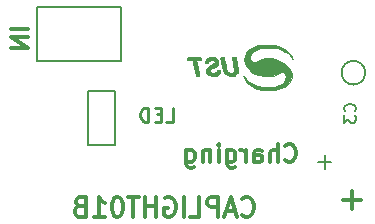
<source format=gbr>
G04 #@! TF.FileFunction,Legend,Bot*
%FSLAX46Y46*%
G04 Gerber Fmt 4.6, Leading zero omitted, Abs format (unit mm)*
G04 Created by KiCad (PCBNEW (2016-09-17 revision 679eef1)-makepkg) date 10/14/16 09:08:13*
%MOMM*%
%LPD*%
G01*
G04 APERTURE LIST*
%ADD10C,0.100000*%
%ADD11C,0.300000*%
%ADD12C,0.250000*%
%ADD13C,0.200000*%
%ADD14C,0.150000*%
%ADD15C,0.010000*%
G04 APERTURE END LIST*
D10*
D11*
X140505571Y-110593285D02*
X139005571Y-110593285D01*
X140505571Y-111307571D02*
X139005571Y-111307571D01*
X140505571Y-112164714D01*
X139005571Y-112164714D01*
X162246000Y-121693714D02*
X162317428Y-121765142D01*
X162531714Y-121836571D01*
X162674571Y-121836571D01*
X162888857Y-121765142D01*
X163031714Y-121622285D01*
X163103142Y-121479428D01*
X163174571Y-121193714D01*
X163174571Y-120979428D01*
X163103142Y-120693714D01*
X163031714Y-120550857D01*
X162888857Y-120408000D01*
X162674571Y-120336571D01*
X162531714Y-120336571D01*
X162317428Y-120408000D01*
X162246000Y-120479428D01*
X161603142Y-121836571D02*
X161603142Y-120336571D01*
X160960285Y-121836571D02*
X160960285Y-121050857D01*
X161031714Y-120908000D01*
X161174571Y-120836571D01*
X161388857Y-120836571D01*
X161531714Y-120908000D01*
X161603142Y-120979428D01*
X159603142Y-121836571D02*
X159603142Y-121050857D01*
X159674571Y-120908000D01*
X159817428Y-120836571D01*
X160103142Y-120836571D01*
X160246000Y-120908000D01*
X159603142Y-121765142D02*
X159746000Y-121836571D01*
X160103142Y-121836571D01*
X160246000Y-121765142D01*
X160317428Y-121622285D01*
X160317428Y-121479428D01*
X160246000Y-121336571D01*
X160103142Y-121265142D01*
X159746000Y-121265142D01*
X159603142Y-121193714D01*
X158888857Y-121836571D02*
X158888857Y-120836571D01*
X158888857Y-121122285D02*
X158817428Y-120979428D01*
X158746000Y-120908000D01*
X158603142Y-120836571D01*
X158460285Y-120836571D01*
X157317428Y-120836571D02*
X157317428Y-122050857D01*
X157388857Y-122193714D01*
X157460285Y-122265142D01*
X157603142Y-122336571D01*
X157817428Y-122336571D01*
X157960285Y-122265142D01*
X157317428Y-121765142D02*
X157460285Y-121836571D01*
X157746000Y-121836571D01*
X157888857Y-121765142D01*
X157960285Y-121693714D01*
X158031714Y-121550857D01*
X158031714Y-121122285D01*
X157960285Y-120979428D01*
X157888857Y-120908000D01*
X157746000Y-120836571D01*
X157460285Y-120836571D01*
X157317428Y-120908000D01*
X156603142Y-121836571D02*
X156603142Y-120836571D01*
X156603142Y-120336571D02*
X156674571Y-120408000D01*
X156603142Y-120479428D01*
X156531714Y-120408000D01*
X156603142Y-120336571D01*
X156603142Y-120479428D01*
X155888857Y-120836571D02*
X155888857Y-121836571D01*
X155888857Y-120979428D02*
X155817428Y-120908000D01*
X155674571Y-120836571D01*
X155460285Y-120836571D01*
X155317428Y-120908000D01*
X155246000Y-121050857D01*
X155246000Y-121836571D01*
X153888857Y-120836571D02*
X153888857Y-122050857D01*
X153960285Y-122193714D01*
X154031714Y-122265142D01*
X154174571Y-122336571D01*
X154388857Y-122336571D01*
X154531714Y-122265142D01*
X153888857Y-121765142D02*
X154031714Y-121836571D01*
X154317428Y-121836571D01*
X154460285Y-121765142D01*
X154531714Y-121693714D01*
X154603142Y-121550857D01*
X154603142Y-121122285D01*
X154531714Y-120979428D01*
X154460285Y-120908000D01*
X154317428Y-120836571D01*
X154031714Y-120836571D01*
X153888857Y-120908000D01*
X158609476Y-126337142D02*
X158685666Y-126418095D01*
X158914238Y-126499047D01*
X159066619Y-126499047D01*
X159295190Y-126418095D01*
X159447571Y-126256190D01*
X159523761Y-126094285D01*
X159599952Y-125770476D01*
X159599952Y-125527619D01*
X159523761Y-125203809D01*
X159447571Y-125041904D01*
X159295190Y-124880000D01*
X159066619Y-124799047D01*
X158914238Y-124799047D01*
X158685666Y-124880000D01*
X158609476Y-124960952D01*
X157999952Y-126013333D02*
X157238047Y-126013333D01*
X158152333Y-126499047D02*
X157619000Y-124799047D01*
X157085666Y-126499047D01*
X156552333Y-126499047D02*
X156552333Y-124799047D01*
X155942809Y-124799047D01*
X155790428Y-124880000D01*
X155714238Y-124960952D01*
X155638047Y-125122857D01*
X155638047Y-125365714D01*
X155714238Y-125527619D01*
X155790428Y-125608571D01*
X155942809Y-125689523D01*
X156552333Y-125689523D01*
X154190428Y-126499047D02*
X154952333Y-126499047D01*
X154952333Y-124799047D01*
X153657095Y-126499047D02*
X153657095Y-124799047D01*
X152057095Y-124880000D02*
X152209476Y-124799047D01*
X152438047Y-124799047D01*
X152666619Y-124880000D01*
X152819000Y-125041904D01*
X152895190Y-125203809D01*
X152971380Y-125527619D01*
X152971380Y-125770476D01*
X152895190Y-126094285D01*
X152819000Y-126256190D01*
X152666619Y-126418095D01*
X152438047Y-126499047D01*
X152285666Y-126499047D01*
X152057095Y-126418095D01*
X151980904Y-126337142D01*
X151980904Y-125770476D01*
X152285666Y-125770476D01*
X151295190Y-126499047D02*
X151295190Y-124799047D01*
X151295190Y-125608571D02*
X150380904Y-125608571D01*
X150380904Y-126499047D02*
X150380904Y-124799047D01*
X149847571Y-124799047D02*
X148933285Y-124799047D01*
X149390428Y-126499047D02*
X149390428Y-124799047D01*
X148095190Y-124799047D02*
X147942809Y-124799047D01*
X147790428Y-124880000D01*
X147714238Y-124960952D01*
X147638047Y-125122857D01*
X147561857Y-125446666D01*
X147561857Y-125851428D01*
X147638047Y-126175238D01*
X147714238Y-126337142D01*
X147790428Y-126418095D01*
X147942809Y-126499047D01*
X148095190Y-126499047D01*
X148247571Y-126418095D01*
X148323761Y-126337142D01*
X148399952Y-126175238D01*
X148476142Y-125851428D01*
X148476142Y-125446666D01*
X148399952Y-125122857D01*
X148323761Y-124960952D01*
X148247571Y-124880000D01*
X148095190Y-124799047D01*
X146038047Y-126499047D02*
X146952333Y-126499047D01*
X146495190Y-126499047D02*
X146495190Y-124799047D01*
X146647571Y-125041904D01*
X146799952Y-125203809D01*
X146952333Y-125284761D01*
X144819000Y-125608571D02*
X144590428Y-125689523D01*
X144514238Y-125770476D01*
X144438047Y-125932380D01*
X144438047Y-126175238D01*
X144514238Y-126337142D01*
X144590428Y-126418095D01*
X144742809Y-126499047D01*
X145352333Y-126499047D01*
X145352333Y-124799047D01*
X144819000Y-124799047D01*
X144666619Y-124880000D01*
X144590428Y-124960952D01*
X144514238Y-125122857D01*
X144514238Y-125284761D01*
X144590428Y-125446666D01*
X144666619Y-125527619D01*
X144819000Y-125608571D01*
X145352333Y-125608571D01*
D12*
X152155428Y-118449657D02*
X152726857Y-118449657D01*
X152726857Y-117249657D01*
X151755428Y-117821085D02*
X151355428Y-117821085D01*
X151184000Y-118449657D02*
X151755428Y-118449657D01*
X151755428Y-117249657D01*
X151184000Y-117249657D01*
X150669714Y-118449657D02*
X150669714Y-117249657D01*
X150384000Y-117249657D01*
X150212571Y-117306800D01*
X150098285Y-117421085D01*
X150041142Y-117535371D01*
X149984000Y-117763942D01*
X149984000Y-117935371D01*
X150041142Y-118163942D01*
X150098285Y-118278228D01*
X150212571Y-118392514D01*
X150384000Y-118449657D01*
X150669714Y-118449657D01*
D13*
X147828000Y-115824000D02*
X145542000Y-115824000D01*
X147828000Y-120396000D02*
X147828000Y-115824000D01*
X145542000Y-120396000D02*
X147828000Y-120396000D01*
X145542000Y-115824000D02*
X145542000Y-120396000D01*
X141224000Y-113284000D02*
X141224000Y-108712000D01*
X148336000Y-113284000D02*
X141224000Y-113284000D01*
X148336000Y-108712000D02*
X148336000Y-113284000D01*
X141224000Y-108712000D02*
X148336000Y-108712000D01*
D11*
X168681304Y-125034657D02*
X167157495Y-125034657D01*
X167919400Y-125796561D02*
X167919400Y-124272752D01*
D14*
X169021000Y-114293000D02*
G75*
G03X169021000Y-114293000I-1000000J0D01*
G01*
D15*
G36*
X160468166Y-111914359D02*
X160192802Y-111934179D01*
X159964698Y-111970995D01*
X159921190Y-111981949D01*
X159570231Y-112107557D01*
X159277918Y-112274032D01*
X159048499Y-112478358D01*
X158886311Y-112717334D01*
X158799958Y-112972423D01*
X158786539Y-113234344D01*
X158842251Y-113495114D01*
X158963292Y-113746748D01*
X159145859Y-113981262D01*
X159386149Y-114190672D01*
X159669405Y-114361574D01*
X160065284Y-114520036D01*
X160460917Y-114602043D01*
X160852568Y-114607542D01*
X161236502Y-114536482D01*
X161608984Y-114388811D01*
X161609710Y-114388442D01*
X161757376Y-114317793D01*
X161886766Y-114264041D01*
X161976436Y-114235819D01*
X161994571Y-114233569D01*
X162070921Y-114260840D01*
X162162475Y-114328857D01*
X162188722Y-114354932D01*
X162267881Y-114461521D01*
X162299141Y-114577779D01*
X162302093Y-114649950D01*
X162264990Y-114866564D01*
X162155544Y-115058700D01*
X161976549Y-115223383D01*
X161730801Y-115357638D01*
X161586842Y-115411420D01*
X161465205Y-115448336D01*
X161351945Y-115473811D01*
X161228329Y-115489769D01*
X161075622Y-115498133D01*
X160875089Y-115500830D01*
X160719477Y-115500503D01*
X160481408Y-115497914D01*
X160302016Y-115491473D01*
X160161840Y-115478874D01*
X160041421Y-115457811D01*
X159921296Y-115425976D01*
X159820708Y-115393982D01*
X159481813Y-115253020D01*
X159195751Y-115067725D01*
X158944013Y-114825673D01*
X158903676Y-114778438D01*
X158797055Y-114658276D01*
X158732841Y-114603073D01*
X158712216Y-114611387D01*
X158736363Y-114681781D01*
X158806467Y-114812812D01*
X158835341Y-114861580D01*
X159028176Y-115127250D01*
X159259425Y-115340992D01*
X159539260Y-115509814D01*
X159877856Y-115640722D01*
X160027951Y-115682992D01*
X160190882Y-115715673D01*
X160398340Y-115743988D01*
X160628141Y-115766324D01*
X160858101Y-115781066D01*
X161066036Y-115786603D01*
X161229764Y-115781322D01*
X161286093Y-115774478D01*
X161628928Y-115704142D01*
X161908983Y-115621283D01*
X162141344Y-115520104D01*
X162341094Y-115394807D01*
X162406345Y-115343977D01*
X162606660Y-115133660D01*
X162739448Y-114891317D01*
X162801750Y-114626859D01*
X162790609Y-114350194D01*
X162750444Y-114191382D01*
X162642731Y-113978665D01*
X162469299Y-113771411D01*
X162242557Y-113577222D01*
X161974910Y-113403697D01*
X161678767Y-113258438D01*
X161366532Y-113149044D01*
X161050614Y-113083117D01*
X160920380Y-113070254D01*
X160575159Y-113074124D01*
X160264983Y-113135937D01*
X159967686Y-113260393D01*
X159931589Y-113279889D01*
X159753606Y-113367539D01*
X159617738Y-113405491D01*
X159507238Y-113395457D01*
X159405356Y-113339151D01*
X159399132Y-113334323D01*
X159302003Y-113213255D01*
X159266039Y-113061816D01*
X159287742Y-112893533D01*
X159363616Y-112721931D01*
X159490164Y-112560538D01*
X159628909Y-112445560D01*
X159787740Y-112349627D01*
X159951091Y-112279545D01*
X160135131Y-112231721D01*
X160356031Y-112202565D01*
X160629963Y-112188483D01*
X160797631Y-112185932D01*
X161109553Y-112189054D01*
X161364015Y-112205482D01*
X161581112Y-112238876D01*
X161780940Y-112292894D01*
X161983594Y-112371195D01*
X162095887Y-112422309D01*
X162262503Y-112522065D01*
X162445987Y-112664827D01*
X162620531Y-112828121D01*
X162760332Y-112989478D01*
X162782049Y-113019827D01*
X162838449Y-113089587D01*
X162864394Y-113096039D01*
X162859519Y-113048002D01*
X162823454Y-112954300D01*
X162787793Y-112881918D01*
X162595796Y-112600053D01*
X162340328Y-112361385D01*
X162024482Y-112168160D01*
X161651354Y-112022620D01*
X161571899Y-111999911D01*
X161342658Y-111954309D01*
X161066611Y-111924679D01*
X160767275Y-111911277D01*
X160468166Y-111914359D01*
X160468166Y-111914359D01*
G37*
X160468166Y-111914359D02*
X160192802Y-111934179D01*
X159964698Y-111970995D01*
X159921190Y-111981949D01*
X159570231Y-112107557D01*
X159277918Y-112274032D01*
X159048499Y-112478358D01*
X158886311Y-112717334D01*
X158799958Y-112972423D01*
X158786539Y-113234344D01*
X158842251Y-113495114D01*
X158963292Y-113746748D01*
X159145859Y-113981262D01*
X159386149Y-114190672D01*
X159669405Y-114361574D01*
X160065284Y-114520036D01*
X160460917Y-114602043D01*
X160852568Y-114607542D01*
X161236502Y-114536482D01*
X161608984Y-114388811D01*
X161609710Y-114388442D01*
X161757376Y-114317793D01*
X161886766Y-114264041D01*
X161976436Y-114235819D01*
X161994571Y-114233569D01*
X162070921Y-114260840D01*
X162162475Y-114328857D01*
X162188722Y-114354932D01*
X162267881Y-114461521D01*
X162299141Y-114577779D01*
X162302093Y-114649950D01*
X162264990Y-114866564D01*
X162155544Y-115058700D01*
X161976549Y-115223383D01*
X161730801Y-115357638D01*
X161586842Y-115411420D01*
X161465205Y-115448336D01*
X161351945Y-115473811D01*
X161228329Y-115489769D01*
X161075622Y-115498133D01*
X160875089Y-115500830D01*
X160719477Y-115500503D01*
X160481408Y-115497914D01*
X160302016Y-115491473D01*
X160161840Y-115478874D01*
X160041421Y-115457811D01*
X159921296Y-115425976D01*
X159820708Y-115393982D01*
X159481813Y-115253020D01*
X159195751Y-115067725D01*
X158944013Y-114825673D01*
X158903676Y-114778438D01*
X158797055Y-114658276D01*
X158732841Y-114603073D01*
X158712216Y-114611387D01*
X158736363Y-114681781D01*
X158806467Y-114812812D01*
X158835341Y-114861580D01*
X159028176Y-115127250D01*
X159259425Y-115340992D01*
X159539260Y-115509814D01*
X159877856Y-115640722D01*
X160027951Y-115682992D01*
X160190882Y-115715673D01*
X160398340Y-115743988D01*
X160628141Y-115766324D01*
X160858101Y-115781066D01*
X161066036Y-115786603D01*
X161229764Y-115781322D01*
X161286093Y-115774478D01*
X161628928Y-115704142D01*
X161908983Y-115621283D01*
X162141344Y-115520104D01*
X162341094Y-115394807D01*
X162406345Y-115343977D01*
X162606660Y-115133660D01*
X162739448Y-114891317D01*
X162801750Y-114626859D01*
X162790609Y-114350194D01*
X162750444Y-114191382D01*
X162642731Y-113978665D01*
X162469299Y-113771411D01*
X162242557Y-113577222D01*
X161974910Y-113403697D01*
X161678767Y-113258438D01*
X161366532Y-113149044D01*
X161050614Y-113083117D01*
X160920380Y-113070254D01*
X160575159Y-113074124D01*
X160264983Y-113135937D01*
X159967686Y-113260393D01*
X159931589Y-113279889D01*
X159753606Y-113367539D01*
X159617738Y-113405491D01*
X159507238Y-113395457D01*
X159405356Y-113339151D01*
X159399132Y-113334323D01*
X159302003Y-113213255D01*
X159266039Y-113061816D01*
X159287742Y-112893533D01*
X159363616Y-112721931D01*
X159490164Y-112560538D01*
X159628909Y-112445560D01*
X159787740Y-112349627D01*
X159951091Y-112279545D01*
X160135131Y-112231721D01*
X160356031Y-112202565D01*
X160629963Y-112188483D01*
X160797631Y-112185932D01*
X161109553Y-112189054D01*
X161364015Y-112205482D01*
X161581112Y-112238876D01*
X161780940Y-112292894D01*
X161983594Y-112371195D01*
X162095887Y-112422309D01*
X162262503Y-112522065D01*
X162445987Y-112664827D01*
X162620531Y-112828121D01*
X162760332Y-112989478D01*
X162782049Y-113019827D01*
X162838449Y-113089587D01*
X162864394Y-113096039D01*
X162859519Y-113048002D01*
X162823454Y-112954300D01*
X162787793Y-112881918D01*
X162595796Y-112600053D01*
X162340328Y-112361385D01*
X162024482Y-112168160D01*
X161651354Y-112022620D01*
X161571899Y-111999911D01*
X161342658Y-111954309D01*
X161066611Y-111924679D01*
X160767275Y-111911277D01*
X160468166Y-111914359D01*
G36*
X157735696Y-112994985D02*
X157730093Y-113000144D01*
X157737176Y-113044415D01*
X157756576Y-113150529D01*
X157785515Y-113303645D01*
X157821215Y-113488924D01*
X157829988Y-113533998D01*
X157866548Y-113733577D01*
X157895194Y-113913509D01*
X157913356Y-114055784D01*
X157918459Y-114142389D01*
X157917911Y-114149715D01*
X157874489Y-114235739D01*
X157781997Y-114286758D01*
X157661099Y-114303056D01*
X157532457Y-114284915D01*
X157416736Y-114232617D01*
X157334600Y-114146446D01*
X157331983Y-114141700D01*
X157308506Y-114074515D01*
X157274643Y-113947364D01*
X157234522Y-113777076D01*
X157192269Y-113580479D01*
X157182339Y-113531598D01*
X157076126Y-113002646D01*
X156914648Y-112990630D01*
X156812463Y-112991629D01*
X156757212Y-113009568D01*
X156753170Y-113018499D01*
X156762959Y-113110490D01*
X156789429Y-113256487D01*
X156828230Y-113438720D01*
X156875014Y-113639423D01*
X156925430Y-113840827D01*
X156975131Y-114025163D01*
X157019766Y-114174664D01*
X157054988Y-114271562D01*
X157064357Y-114289874D01*
X157191485Y-114426467D01*
X157367712Y-114523706D01*
X157571884Y-114576479D01*
X157782847Y-114579675D01*
X157979447Y-114528184D01*
X158003631Y-114516816D01*
X158116027Y-114433642D01*
X158206445Y-114322499D01*
X158212418Y-114311723D01*
X158239426Y-114257208D01*
X158256009Y-114205687D01*
X158261372Y-114143130D01*
X158254720Y-114055509D01*
X158235258Y-113928793D01*
X158202192Y-113748953D01*
X158171461Y-113588800D01*
X158058488Y-113002646D01*
X157894290Y-112990630D01*
X157793693Y-112987812D01*
X157735696Y-112994985D01*
X157735696Y-112994985D01*
G37*
X157735696Y-112994985D02*
X157730093Y-113000144D01*
X157737176Y-113044415D01*
X157756576Y-113150529D01*
X157785515Y-113303645D01*
X157821215Y-113488924D01*
X157829988Y-113533998D01*
X157866548Y-113733577D01*
X157895194Y-113913509D01*
X157913356Y-114055784D01*
X157918459Y-114142389D01*
X157917911Y-114149715D01*
X157874489Y-114235739D01*
X157781997Y-114286758D01*
X157661099Y-114303056D01*
X157532457Y-114284915D01*
X157416736Y-114232617D01*
X157334600Y-114146446D01*
X157331983Y-114141700D01*
X157308506Y-114074515D01*
X157274643Y-113947364D01*
X157234522Y-113777076D01*
X157192269Y-113580479D01*
X157182339Y-113531598D01*
X157076126Y-113002646D01*
X156914648Y-112990630D01*
X156812463Y-112991629D01*
X156757212Y-113009568D01*
X156753170Y-113018499D01*
X156762959Y-113110490D01*
X156789429Y-113256487D01*
X156828230Y-113438720D01*
X156875014Y-113639423D01*
X156925430Y-113840827D01*
X156975131Y-114025163D01*
X157019766Y-114174664D01*
X157054988Y-114271562D01*
X157064357Y-114289874D01*
X157191485Y-114426467D01*
X157367712Y-114523706D01*
X157571884Y-114576479D01*
X157782847Y-114579675D01*
X157979447Y-114528184D01*
X158003631Y-114516816D01*
X158116027Y-114433642D01*
X158206445Y-114322499D01*
X158212418Y-114311723D01*
X158239426Y-114257208D01*
X158256009Y-114205687D01*
X158261372Y-114143130D01*
X158254720Y-114055509D01*
X158235258Y-113928793D01*
X158202192Y-113748953D01*
X158171461Y-113588800D01*
X158058488Y-113002646D01*
X157894290Y-112990630D01*
X157793693Y-112987812D01*
X157735696Y-112994985D01*
G36*
X155858278Y-112961626D02*
X155666234Y-113027699D01*
X155527427Y-113150638D01*
X155503710Y-113185910D01*
X155436698Y-113315435D01*
X155427234Y-113397641D01*
X155477626Y-113440499D01*
X155580862Y-113452030D01*
X155678742Y-113443364D01*
X155733184Y-113421713D01*
X155737170Y-113412954D01*
X155771646Y-113329036D01*
X155859155Y-113265462D01*
X155975821Y-113228697D01*
X156097763Y-113225207D01*
X156201106Y-113261457D01*
X156224792Y-113280927D01*
X156271046Y-113348547D01*
X156264107Y-113414557D01*
X156198224Y-113486485D01*
X156067647Y-113571857D01*
X155956240Y-113632465D01*
X155810453Y-113715776D01*
X155688481Y-113798777D01*
X155610110Y-113867514D01*
X155596164Y-113886465D01*
X155546901Y-114049212D01*
X155564989Y-114217128D01*
X155643489Y-114371118D01*
X155775462Y-114492083D01*
X155826385Y-114520004D01*
X156012011Y-114572543D01*
X156225704Y-114578440D01*
X156433120Y-114538094D01*
X156499965Y-114512177D01*
X156645627Y-114410511D01*
X156732760Y-114271406D01*
X156753170Y-114153576D01*
X156739399Y-114103514D01*
X156684621Y-114081423D01*
X156596862Y-114077261D01*
X156486461Y-114087662D01*
X156442330Y-114121118D01*
X156440554Y-114133661D01*
X156406195Y-114214375D01*
X156317973Y-114272345D01*
X156198169Y-114302432D01*
X156069064Y-114299497D01*
X155952941Y-114258400D01*
X155939026Y-114249334D01*
X155865827Y-114175259D01*
X155861031Y-114099767D01*
X155927008Y-114018937D01*
X156066126Y-113928850D01*
X156162357Y-113879829D01*
X156356593Y-113776991D01*
X156486024Y-113682295D01*
X156561434Y-113584030D01*
X156593608Y-113470487D01*
X156596862Y-113408051D01*
X156580999Y-113287659D01*
X156523095Y-113180512D01*
X156465756Y-113112437D01*
X156380891Y-113029137D01*
X156300580Y-112983241D01*
X156192938Y-112960701D01*
X156103037Y-112952622D01*
X155858278Y-112961626D01*
X155858278Y-112961626D01*
G37*
X155858278Y-112961626D02*
X155666234Y-113027699D01*
X155527427Y-113150638D01*
X155503710Y-113185910D01*
X155436698Y-113315435D01*
X155427234Y-113397641D01*
X155477626Y-113440499D01*
X155580862Y-113452030D01*
X155678742Y-113443364D01*
X155733184Y-113421713D01*
X155737170Y-113412954D01*
X155771646Y-113329036D01*
X155859155Y-113265462D01*
X155975821Y-113228697D01*
X156097763Y-113225207D01*
X156201106Y-113261457D01*
X156224792Y-113280927D01*
X156271046Y-113348547D01*
X156264107Y-113414557D01*
X156198224Y-113486485D01*
X156067647Y-113571857D01*
X155956240Y-113632465D01*
X155810453Y-113715776D01*
X155688481Y-113798777D01*
X155610110Y-113867514D01*
X155596164Y-113886465D01*
X155546901Y-114049212D01*
X155564989Y-114217128D01*
X155643489Y-114371118D01*
X155775462Y-114492083D01*
X155826385Y-114520004D01*
X156012011Y-114572543D01*
X156225704Y-114578440D01*
X156433120Y-114538094D01*
X156499965Y-114512177D01*
X156645627Y-114410511D01*
X156732760Y-114271406D01*
X156753170Y-114153576D01*
X156739399Y-114103514D01*
X156684621Y-114081423D01*
X156596862Y-114077261D01*
X156486461Y-114087662D01*
X156442330Y-114121118D01*
X156440554Y-114133661D01*
X156406195Y-114214375D01*
X156317973Y-114272345D01*
X156198169Y-114302432D01*
X156069064Y-114299497D01*
X155952941Y-114258400D01*
X155939026Y-114249334D01*
X155865827Y-114175259D01*
X155861031Y-114099767D01*
X155927008Y-114018937D01*
X156066126Y-113928850D01*
X156162357Y-113879829D01*
X156356593Y-113776991D01*
X156486024Y-113682295D01*
X156561434Y-113584030D01*
X156593608Y-113470487D01*
X156596862Y-113408051D01*
X156580999Y-113287659D01*
X156523095Y-113180512D01*
X156465756Y-113112437D01*
X156380891Y-113029137D01*
X156300580Y-112983241D01*
X156192938Y-112960701D01*
X156103037Y-112952622D01*
X155858278Y-112961626D01*
G36*
X154267911Y-112983508D02*
X154101897Y-112986942D01*
X153993256Y-112996752D01*
X153931600Y-113016286D01*
X153906537Y-113048887D01*
X153907678Y-113097901D01*
X153924634Y-113166673D01*
X153925184Y-113168723D01*
X153947173Y-113218692D01*
X153992459Y-113245161D01*
X154081572Y-113255343D01*
X154175412Y-113256646D01*
X154402078Y-113256646D01*
X154441497Y-113442261D01*
X154465039Y-113556507D01*
X154498547Y-113723482D01*
X154537235Y-113919167D01*
X154570014Y-114087030D01*
X154659113Y-114546184D01*
X154827655Y-114546184D01*
X154931889Y-114542414D01*
X154976491Y-114523792D01*
X154979887Y-114479350D01*
X154975370Y-114458261D01*
X154960419Y-114389326D01*
X154933614Y-114260181D01*
X154898325Y-114087272D01*
X154857924Y-113887046D01*
X154843188Y-113813492D01*
X154731832Y-113256646D01*
X154941424Y-113256646D01*
X155069516Y-113251833D01*
X155133575Y-113228053D01*
X155147564Y-113171293D01*
X155126386Y-113071030D01*
X155114788Y-113037622D01*
X155092840Y-113013968D01*
X155048580Y-112998387D01*
X154970046Y-112989194D01*
X154845275Y-112984706D01*
X154662306Y-112983238D01*
X154501689Y-112983107D01*
X154267911Y-112983508D01*
X154267911Y-112983508D01*
G37*
X154267911Y-112983508D02*
X154101897Y-112986942D01*
X153993256Y-112996752D01*
X153931600Y-113016286D01*
X153906537Y-113048887D01*
X153907678Y-113097901D01*
X153924634Y-113166673D01*
X153925184Y-113168723D01*
X153947173Y-113218692D01*
X153992459Y-113245161D01*
X154081572Y-113255343D01*
X154175412Y-113256646D01*
X154402078Y-113256646D01*
X154441497Y-113442261D01*
X154465039Y-113556507D01*
X154498547Y-113723482D01*
X154537235Y-113919167D01*
X154570014Y-114087030D01*
X154659113Y-114546184D01*
X154827655Y-114546184D01*
X154931889Y-114542414D01*
X154976491Y-114523792D01*
X154979887Y-114479350D01*
X154975370Y-114458261D01*
X154960419Y-114389326D01*
X154933614Y-114260181D01*
X154898325Y-114087272D01*
X154857924Y-113887046D01*
X154843188Y-113813492D01*
X154731832Y-113256646D01*
X154941424Y-113256646D01*
X155069516Y-113251833D01*
X155133575Y-113228053D01*
X155147564Y-113171293D01*
X155126386Y-113071030D01*
X155114788Y-113037622D01*
X155092840Y-113013968D01*
X155048580Y-112998387D01*
X154970046Y-112989194D01*
X154845275Y-112984706D01*
X154662306Y-112983238D01*
X154501689Y-112983107D01*
X154267911Y-112983508D01*
D14*
X168124142Y-117555333D02*
X168171761Y-117507714D01*
X168219380Y-117364857D01*
X168219380Y-117269619D01*
X168171761Y-117126761D01*
X168076523Y-117031523D01*
X167981285Y-116983904D01*
X167790809Y-116936285D01*
X167647952Y-116936285D01*
X167457476Y-116983904D01*
X167362238Y-117031523D01*
X167267000Y-117126761D01*
X167219380Y-117269619D01*
X167219380Y-117364857D01*
X167267000Y-117507714D01*
X167314619Y-117555333D01*
X167219380Y-117888666D02*
X167219380Y-118507714D01*
X167600333Y-118174380D01*
X167600333Y-118317238D01*
X167647952Y-118412476D01*
X167695571Y-118460095D01*
X167790809Y-118507714D01*
X168028904Y-118507714D01*
X168124142Y-118460095D01*
X168171761Y-118412476D01*
X168219380Y-118317238D01*
X168219380Y-118031523D01*
X168171761Y-117936285D01*
X168124142Y-117888666D01*
X165588142Y-121259671D02*
X165588142Y-122402528D01*
X166159571Y-121831100D02*
X165016714Y-121831100D01*
M02*

</source>
